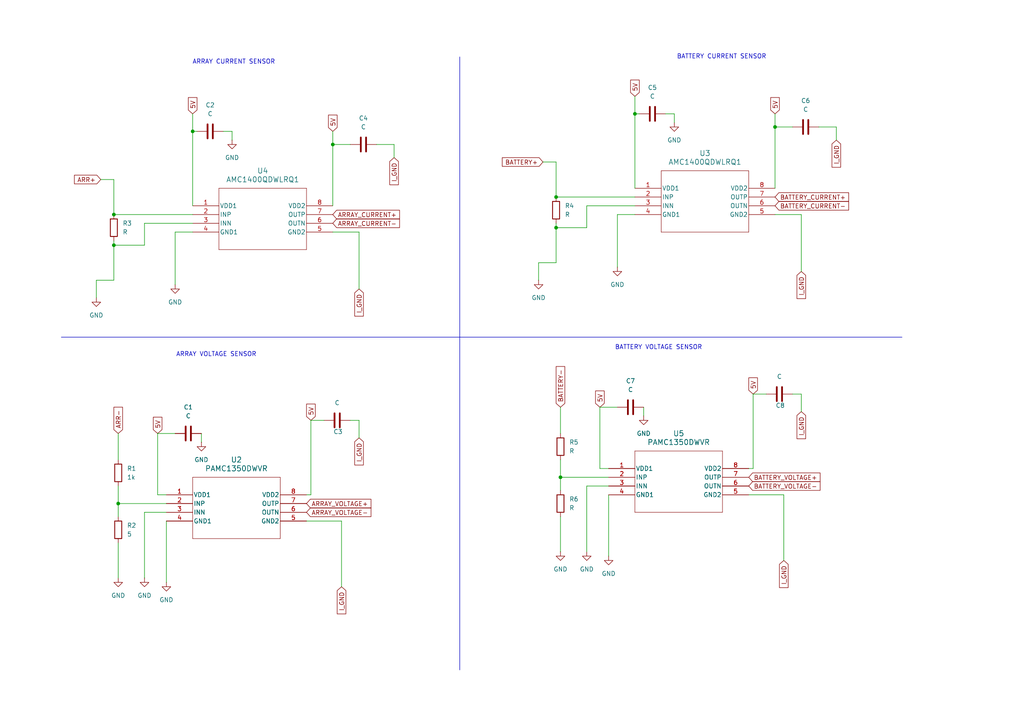
<source format=kicad_sch>
(kicad_sch (version 20231120) (generator "eeschema") (generator_version "8.0")
  (paper "A4")
  (lib_symbols
    (symbol "AMC1350 Precision, ±5-V Input, Reinforced Isolated Amplifier:PAMC1350DWVR" (pin_names (offset 0.254))
      (property "Reference" "U" (at 20.32 10.16 0))
      (property "Value" "PAMC1350DWVR" (at 20.32 7.62 0))
      (symbol "PAMC1350DWVR_0_1"
        (polyline (pts (xy 7.62 -12.7) (xy 33.02 -12.7)) (stroke (width 0.127)))
        (polyline (pts (xy 7.62 5.08) (xy 7.62 -12.7)) (stroke (width 0.127)))
        (polyline (pts (xy 33.02 -12.7) (xy 33.02 5.08)) (stroke (width 0.127)))
        (polyline (pts (xy 33.02 5.08) (xy 7.62 5.08)) (stroke (width 0.127)))
        (pin power_in line (at 0 0 0) (length 7.62) (name "VDD1") (number "1"))
        (pin input line (at 0 -2.54 0) (length 7.62) (name "INP") (number "2"))
        (pin input line (at 0 -5.08 0) (length 7.62) (name "INN") (number "3"))
        (pin power_out line (at 0 -7.62 0) (length 7.62) (name "GND1") (number "4"))
        (pin power_out line (at 40.64 -7.62 180) (length 7.62) (name "GND2") (number "5"))
        (pin output line (at 40.64 -5.08 180) (length 7.62) (name "OUTN") (number "6"))
        (pin output line (at 40.64 -2.54 180) (length 7.62) (name "OUTP") (number "7"))
        (pin power_in line (at 40.64 0 180) (length 7.62) (name "VDD2") (number "8"))
      )
    )
    (symbol "AMC1400 Precision, ±250-mV Input, Reinforced Isolated Amplifier in a 15-mm Stretched SOIC Package:AMC1400QDWLRQ1" (pin_names (offset 0.254))
      (property "Reference" "U" (at 20.32 10.16 0))
      (property "Value" "AMC1400QDWLRQ1" (at 20.32 7.62 0))
      (symbol "AMC1400QDWLRQ1_0_1"
        (polyline (pts (xy 7.62 -12.7) (xy 33.02 -12.7)) (stroke (width 0.127)))
        (polyline (pts (xy 7.62 5.08) (xy 7.62 -12.7)) (stroke (width 0.127)))
        (polyline (pts (xy 33.02 -12.7) (xy 33.02 5.08)) (stroke (width 0.127)))
        (polyline (pts (xy 33.02 5.08) (xy 7.62 5.08)) (stroke (width 0.127)))
        (pin power_in line (at 0 0 0) (length 7.62) (name "VDD1") (number "1"))
        (pin input line (at 0 -2.54 0) (length 7.62) (name "INP") (number "2"))
        (pin input line (at 0 -5.08 0) (length 7.62) (name "INN") (number "3"))
        (pin power_out line (at 0 -7.62 0) (length 7.62) (name "GND1") (number "4"))
        (pin power_out line (at 40.64 -7.62 180) (length 7.62) (name "GND2") (number "5"))
        (pin output line (at 40.64 -5.08 180) (length 7.62) (name "OUTN") (number "6"))
        (pin output line (at 40.64 -2.54 180) (length 7.62) (name "OUTP") (number "7"))
        (pin power_in line (at 40.64 0 180) (length 7.62) (name "VDD2") (number "8"))
      )
    )
    (symbol "Device:C" (pin_numbers hide) (pin_names (offset 0.254))
      (property "Reference" "C" (at 0.635 2.54 0))
      (property "Value" "C" (at 0.635 -2.54 0))
      (symbol "C_0_1"
        (polyline (pts (xy -2.032 -0.762) (xy 2.032 -0.762)) (stroke (width 0.508)))
        (polyline (pts (xy -2.032 0.762) (xy 2.032 0.762)) (stroke (width 0.508)))
      )
      (symbol "C_1_1"
        (pin passive line (at 0 3.81 270) (length 2.794) (name "~") (number "1"))
        (pin passive line (at 0 -3.81 90) (length 2.794) (name "~") (number "2"))
      )
    )
    (symbol "Device:R" (pin_numbers hide) (pin_names (offset 0))
      (property "Reference" "R" (at 2.032 0 90))
      (property "Value" "R" (at 0 0 90))
      (symbol "R_0_1"
        (rectangle (start -1.016 -2.54) (end 1.016 2.54) (stroke (width 0.254)))
      )
      (symbol "R_1_1"
        (pin passive line (at 0 3.81 270) (length 1.27) (name "~") (number "1"))
        (pin passive line (at 0 -3.81 90) (length 1.27) (name "~") (number "2"))
      )
    )
    (symbol "power:GND" (power) (pin_numbers hide) (pin_names (offset 0) hide)
      (property "Value" "GND" (at 0 -3.81 0))
      (symbol "GND_0_1"
        (polyline (pts (xy 0 0) (xy 0 -1.27) (xy 1.27 -1.27) (xy 0 -2.54) (xy -1.27 -1.27) (xy 0 -1.27)))
      )
      (symbol "GND_1_1"
        (pin power_in line (at 0 0 270) (length 0) (name "~") (number "1"))
      )
    )
  )
  (junction (at 161.29 66.04))
  (junction (at 33.02 62.23))
  (junction (at 96.52 41.91))
  (junction (at 224.79 36.83))
  (junction (at 34.29 146.05))
  (junction (at 55.88 38.1))
  (junction (at 161.29 57.15))
  (junction (at 184.15 33.02))
  (junction (at 33.02 71.12))
  (junction (at 162.56 138.43))
  (wire (pts (xy 176.53 140.97) (xy 170.18 140.97)))
  (wire (pts (xy 48.26 143.51) (xy 45.72 143.51)))
  (wire (pts (xy 64.77 38.1) (xy 67.31 38.1)))
  (wire (pts (xy 50.8 67.31) (xy 50.8 82.55)))
  (wire (pts (xy 217.17 143.51) (xy 227.33 143.51)))
  (wire (pts (xy 58.42 125.73) (xy 58.42 128.27)))
  (wire (pts (xy 162.56 138.43) (xy 162.56 142.24)))
  (wire (pts (xy 184.15 62.23) (xy 179.07 62.23)))
  (wire (pts (xy 27.94 81.28) (xy 33.02 81.28)))
  (wire (pts (xy 218.44 114.3) (xy 222.25 114.3)))
  (wire (pts (xy 67.31 38.1) (xy 67.31 40.64)))
  (wire (pts (xy 242.57 36.83) (xy 242.57 40.64)))
  (wire (pts (xy 218.44 135.89) (xy 218.44 114.3)))
  (wire (pts (xy 173.99 135.89) (xy 173.99 118.11)))
  (wire (pts (xy 33.02 71.12) (xy 33.02 81.28)))
  (wire (pts (xy 45.72 143.51) (xy 45.72 125.73)))
  (wire (pts (xy 237.49 36.83) (xy 242.57 36.83)))
  (wire (pts (xy 88.9 151.13) (xy 99.06 151.13)))
  (wire (pts (xy 229.87 114.3) (xy 232.41 114.3)))
  (wire (pts (xy 193.04 33.02) (xy 195.58 33.02)))
  (wire (pts (xy 27.94 81.28) (xy 27.94 86.36)))
  (wire (pts (xy 55.88 38.1) (xy 57.15 38.1)))
  (wire (pts (xy 109.22 41.91) (xy 114.3 41.91)))
  (wire (pts (xy 33.02 69.85) (xy 33.02 71.12)))
  (wire (pts (xy 96.52 41.91) (xy 96.52 59.69)))
  (wire (pts (xy 104.14 67.31) (xy 104.14 83.82)))
  (wire (pts (xy 33.02 52.07) (xy 33.02 62.23)))
  (polyline (pts (xy 133.35 16.51) (xy 133.35 194.31)))
  (wire (pts (xy 157.48 46.99) (xy 161.29 46.99)))
  (wire (pts (xy 176.53 143.51) (xy 176.53 161.29)))
  (wire (pts (xy 161.29 57.15) (xy 184.15 57.15)))
  (wire (pts (xy 162.56 149.86) (xy 162.56 160.02)))
  (wire (pts (xy 162.56 118.11) (xy 162.56 125.73)))
  (wire (pts (xy 96.52 41.91) (xy 101.6 41.91)))
  (wire (pts (xy 101.6 121.92) (xy 104.14 121.92)))
  (wire (pts (xy 224.79 36.83) (xy 229.87 36.83)))
  (wire (pts (xy 184.15 59.69) (xy 170.18 59.69)))
  (wire (pts (xy 34.29 140.97) (xy 34.29 146.05)))
  (wire (pts (xy 99.06 151.13) (xy 99.06 170.18)))
  (wire (pts (xy 173.99 118.11) (xy 179.07 118.11)))
  (wire (pts (xy 90.17 143.51) (xy 90.17 121.92)))
  (wire (pts (xy 45.72 125.73) (xy 50.8 125.73)))
  (wire (pts (xy 170.18 140.97) (xy 170.18 160.02)))
  (wire (pts (xy 161.29 46.99) (xy 161.29 57.15)))
  (wire (pts (xy 48.26 151.13) (xy 48.26 168.91)))
  (wire (pts (xy 176.53 135.89) (xy 173.99 135.89)))
  (wire (pts (xy 232.41 62.23) (xy 232.41 78.74)))
  (wire (pts (xy 48.26 148.59) (xy 41.91 148.59)))
  (wire (pts (xy 90.17 121.92) (xy 93.98 121.92)))
  (wire (pts (xy 224.79 62.23) (xy 232.41 62.23)))
  (wire (pts (xy 227.33 143.51) (xy 227.33 162.56)))
  (wire (pts (xy 156.21 76.2) (xy 156.21 81.28)))
  (wire (pts (xy 161.29 64.77) (xy 161.29 66.04)))
  (polyline (pts (xy 17.78 97.79) (xy 261.62 97.79)))
  (wire (pts (xy 55.88 64.77) (xy 41.91 64.77)))
  (wire (pts (xy 88.9 143.51) (xy 90.17 143.51)))
  (wire (pts (xy 41.91 71.12) (xy 33.02 71.12)))
  (wire (pts (xy 104.14 121.92) (xy 104.14 127)))
  (wire (pts (xy 184.15 27.94) (xy 184.15 33.02)))
  (wire (pts (xy 41.91 64.77) (xy 41.91 71.12)))
  (wire (pts (xy 184.15 33.02) (xy 184.15 54.61)))
  (wire (pts (xy 96.52 38.1) (xy 96.52 41.91)))
  (wire (pts (xy 34.29 125.73) (xy 34.29 133.35)))
  (wire (pts (xy 55.88 33.02) (xy 55.88 38.1)))
  (wire (pts (xy 224.79 36.83) (xy 224.79 54.61)))
  (wire (pts (xy 34.29 157.48) (xy 34.29 167.64)))
  (wire (pts (xy 170.18 66.04) (xy 161.29 66.04)))
  (wire (pts (xy 224.79 33.02) (xy 224.79 36.83)))
  (wire (pts (xy 96.52 67.31) (xy 104.14 67.31)))
  (wire (pts (xy 114.3 41.91) (xy 114.3 45.72)))
  (wire (pts (xy 217.17 135.89) (xy 218.44 135.89)))
  (wire (pts (xy 33.02 62.23) (xy 55.88 62.23)))
  (wire (pts (xy 195.58 33.02) (xy 195.58 35.56)))
  (wire (pts (xy 184.15 33.02) (xy 185.42 33.02)))
  (wire (pts (xy 162.56 133.35) (xy 162.56 138.43)))
  (wire (pts (xy 170.18 59.69) (xy 170.18 66.04)))
  (wire (pts (xy 156.21 76.2) (xy 161.29 76.2)))
  (wire (pts (xy 41.91 148.59) (xy 41.91 167.64)))
  (wire (pts (xy 55.88 38.1) (xy 55.88 59.69)))
  (wire (pts (xy 48.26 146.05) (xy 34.29 146.05)))
  (wire (pts (xy 34.29 146.05) (xy 34.29 149.86)))
  (wire (pts (xy 55.88 67.31) (xy 50.8 67.31)))
  (wire (pts (xy 176.53 138.43) (xy 162.56 138.43)))
  (wire (pts (xy 186.69 118.11) (xy 186.69 120.65)))
  (wire (pts (xy 179.07 62.23) (xy 179.07 77.47)))
  (wire (pts (xy 161.29 66.04) (xy 161.29 76.2)))
  (wire (pts (xy 232.41 114.3) (xy 232.41 119.38)))
  (wire (pts (xy 29.21 52.07) (xy 33.02 52.07)))
  (text "BATTERY VOLTAGE SENSOR\n" (at 191.008 100.838 0) (effects (font (size 1.27 1.27))))
  (text "BATTERY CURRENT SENSOR\n" (at 209.296 16.51 0) (effects (font (size 1.27 1.27))))
  (text "ARRAY CURRENT SENSOR\n" (at 67.818 18.034 0) (effects (font (size 1.27 1.27))))
  (text "ARRAY VOLTAGE SENSOR\n" (at 62.738 102.87 0) (effects (font (size 1.27 1.27))))
  (global_label "ARRAY_VOLTAGE+" (shape input) (at 88.9 146.05 0) (property "Intersheetrefs" "${INTERSHEET_REFS}" (effects (hide yes))))
  (global_label "I_GND" (shape input) (at 114.3 45.72 270) (property "Intersheetrefs" "${INTERSHEET_REFS}" (effects (hide yes))))
  (global_label "ARR+" (shape input) (at 29.21 52.07 180) (property "Intersheetrefs" "${INTERSHEET_REFS}" (effects (hide yes))))
  (global_label "BATTERY_VOLTAGE+" (shape input) (at 217.17 138.43 0) (property "Intersheetrefs" "${INTERSHEET_REFS}" (effects (hide yes))))
  (global_label "ARRAY_VOLTAGE-" (shape input) (at 88.9 148.59 0) (property "Intersheetrefs" "${INTERSHEET_REFS}" (effects (hide yes))))
  (global_label "5V" (shape input) (at 218.44 114.3 90) (property "Intersheetrefs" "${INTERSHEET_REFS}" (effects (hide yes))))
  (global_label "I_GND" (shape input) (at 99.06 170.18 270) (property "Intersheetrefs" "${INTERSHEET_REFS}" (effects (hide yes))))
  (global_label "BATTERY+" (shape input) (at 157.48 46.99 180) (property "Intersheetrefs" "${INTERSHEET_REFS}" (effects (hide yes))))
  (global_label "BATTERY_CURRENT+" (shape input) (at 224.79 57.15 0) (property "Intersheetrefs" "${INTERSHEET_REFS}" (effects (hide yes))))
  (global_label "I_GND" (shape input) (at 242.57 40.64 270) (property "Intersheetrefs" "${INTERSHEET_REFS}" (effects (hide yes))))
  (global_label "I_GND" (shape input) (at 232.41 78.74 270) (property "Intersheetrefs" "${INTERSHEET_REFS}" (effects (hide yes))))
  (global_label "ARRAY_CURRENT-" (shape input) (at 96.52 64.77 0) (property "Intersheetrefs" "${INTERSHEET_REFS}" (effects (hide yes))))
  (global_label "BATTERY_CURRENT-" (shape input) (at 224.79 59.69 0) (property "Intersheetrefs" "${INTERSHEET_REFS}" (effects (hide yes))))
  (global_label "BATTERY-" (shape input) (at 162.56 118.11 90) (property "Intersheetrefs" "${INTERSHEET_REFS}" (effects (hide yes))))
  (global_label "I_GND" (shape input) (at 232.41 119.38 270) (property "Intersheetrefs" "${INTERSHEET_REFS}" (effects (hide yes))))
  (global_label "5V" (shape input) (at 96.52 38.1 90) (property "Intersheetrefs" "${INTERSHEET_REFS}" (effects (hide yes))))
  (global_label "I_GND" (shape input) (at 227.33 162.56 270) (property "Intersheetrefs" "${INTERSHEET_REFS}" (effects (hide yes))))
  (global_label "5V" (shape input) (at 184.15 27.94 90) (property "Intersheetrefs" "${INTERSHEET_REFS}" (effects (hide yes))))
  (global_label "5V" (shape input) (at 90.17 121.92 90) (property "Intersheetrefs" "${INTERSHEET_REFS}" (effects (hide yes))))
  (global_label "5V" (shape input) (at 45.72 125.73 90) (property "Intersheetrefs" "${INTERSHEET_REFS}" (effects (hide yes))))
  (global_label "I_GND" (shape input) (at 104.14 127 270) (property "Intersheetrefs" "${INTERSHEET_REFS}" (effects (hide yes))))
  (global_label "ARR-" (shape input) (at 34.29 125.73 90) (property "Intersheetrefs" "${INTERSHEET_REFS}" (effects (hide yes))))
  (global_label "5V" (shape input) (at 173.99 118.11 90) (property "Intersheetrefs" "${INTERSHEET_REFS}" (effects (hide yes))))
  (global_label "I_GND" (shape input) (at 104.14 83.82 270) (property "Intersheetrefs" "${INTERSHEET_REFS}" (effects (hide yes))))
  (global_label "5V" (shape input) (at 55.88 33.02 90) (property "Intersheetrefs" "${INTERSHEET_REFS}" (effects (hide yes))))
  (global_label "5V" (shape input) (at 224.79 33.02 90) (property "Intersheetrefs" "${INTERSHEET_REFS}" (effects (hide yes))))
  (global_label "BATTERY_VOLTAGE-" (shape input) (at 217.17 140.97 0) (property "Intersheetrefs" "${INTERSHEET_REFS}" (effects (hide yes))))
  (global_label "ARRAY_CURRENT+" (shape input) (at 96.52 62.23 0) (property "Intersheetrefs" "${INTERSHEET_REFS}" (effects (hide yes))))
  (symbol (lib_id "power:GND") (at 58.42 128.27 0) (unit 1)
    (property "Reference" "#PWR07" (effects (hide yes)))
    (property "Value" "GND" (at 58.42 133.35 0))
    (property "Description" "Power symbol creates a global label with name \"GND\" , ground" (effects (hide yes)))
  )
  (symbol (lib_id "Device:R") (at 34.29 153.67 0) (unit 1)
    (property "Reference" "R2" (at 36.83 152.3999 0) (effects (justify left)))
    (property "Value" "5" (at 36.83 154.9399 0) (effects (justify left)))
    (property "Description" "Resistor" (effects (hide yes)))
  )
  (symbol (lib_id "AMC1350 Precision, ±5-V Input, Reinforced Isolated Amplifier:PAMC1350DWVR") (at 48.26 143.51 0) (unit 1)
    (property "Reference" "U2" (at 68.58 133.35 0) (effects (font (size 1.524 1.524))))
    (property "Value" "PAMC1350DWVR" (at 68.58 135.89 0) (effects (font (size 1.524 1.524))))
    (property "Footprint" "U_PAMC1350DWVR_TEX" (effects (hide yes)))
    (property "Datasheet" "PAMC1350DWVR" (effects (hide yes)))
  )
  (symbol (lib_id "Device:C") (at 60.96 38.1 90) (unit 1)
    (property "Reference" "C2" (at 60.96 30.48 90))
    (property "Value" "C" (at 60.96 33.02 90))
    (property "Footprint" "Capacitor_THT:C_Disc_D3.8mm_W2.6mm_P2.50mm" (effects (hide yes)))
    (property "Description" "Unpolarized capacitor" (effects (hide yes)))
  )
  (symbol (lib_id "AMC1350 Precision, ±5-V Input, Reinforced Isolated Amplifier:PAMC1350DWVR") (at 176.53 135.89 0) (unit 1)
    (property "Reference" "U5" (at 196.85 125.73 0) (effects (font (size 1.524 1.524))))
    (property "Value" "PAMC1350DWVR" (at 196.85 128.27 0) (effects (font (size 1.524 1.524))))
    (property "Footprint" "U_PAMC1350DWVR_TEX" (effects (hide yes)))
    (property "Datasheet" "PAMC1350DWVR" (effects (hide yes)))
  )
  (symbol (lib_id "power:GND") (at 27.94 86.36 0) (unit 1)
    (property "Reference" "#PWR01" (effects (hide yes)))
    (property "Value" "GND" (at 27.94 91.44 0))
    (property "Description" "Power symbol creates a global label with name \"GND\" , ground" (effects (hide yes)))
  )
  (symbol (lib_id "power:GND") (at 48.26 168.91 0) (unit 1)
    (property "Reference" "#PWR05" (effects (hide yes)))
    (property "Value" "GND" (at 48.26 173.99 0))
    (property "Description" "Power symbol creates a global label with name \"GND\" , ground" (effects (hide yes)))
  )
  (symbol (lib_id "Device:R") (at 33.02 66.04 0) (unit 1)
    (property "Reference" "R3" (at 35.56 64.7699 0) (effects (justify left)))
    (property "Value" "R" (at 35.56 67.3099 0) (effects (justify left)))
    (property "Description" "Resistor" (effects (hide yes)))
  )
  (symbol (lib_id "Device:R") (at 34.29 137.16 0) (unit 1)
    (property "Reference" "R1" (at 36.83 135.8899 0) (effects (justify left)))
    (property "Value" "1k" (at 36.83 138.4299 0) (effects (justify left)))
    (property "Description" "Resistor" (effects (hide yes)))
  )
  (symbol (lib_id "Device:C") (at 189.23 33.02 90) (unit 1)
    (property "Reference" "C5" (at 189.23 25.4 90))
    (property "Value" "C" (at 189.23 27.94 90))
    (property "Footprint" "Capacitor_THT:C_Disc_D3.8mm_W2.6mm_P2.50mm" (effects (hide yes)))
    (property "Description" "Unpolarized capacitor" (effects (hide yes)))
  )
  (symbol (lib_id "AMC1400 Precision, ±250-mV Input, Reinforced Isolated Amplifier in a 15-mm Stretched SOIC Package:AMC1400QDWLRQ1") (at 55.88 59.69 0) (unit 1)
    (property "Reference" "U4" (at 76.2 49.53 0) (effects (font (size 1.524 1.524))))
    (property "Value" "AMC1400QDWLRQ1" (at 76.2 52.07 0) (effects (font (size 1.524 1.524))))
    (property "Footprint" "AMC1400:SOIC_DWLRQ1_TEX" (effects (hide yes)))
    (property "Datasheet" "AMC1400QDWLRQ1" (effects (hide yes)))
  )
  (symbol (lib_id "Device:C") (at 182.88 118.11 90) (unit 1)
    (property "Reference" "C7" (at 182.88 110.49 90))
    (property "Value" "C" (at 182.88 113.03 90))
    (property "Footprint" "Capacitor_THT:C_Disc_D3.8mm_W2.6mm_P2.50mm" (effects (hide yes)))
    (property "Description" "Unpolarized capacitor" (effects (hide yes)))
  )
  (symbol (lib_id "Device:C") (at 233.68 36.83 90) (unit 1)
    (property "Reference" "C6" (at 233.68 29.21 90))
    (property "Value" "C" (at 233.68 31.75 90))
    (property "Footprint" "Capacitor_THT:C_Disc_D3.8mm_W2.6mm_P2.50mm" (effects (hide yes)))
    (property "Description" "Unpolarized capacitor" (effects (hide yes)))
  )
  (symbol (lib_id "AMC1400 Precision, ±250-mV Input, Reinforced Isolated Amplifier in a 15-mm Stretched SOIC Package:AMC1400QDWLRQ1") (at 184.15 54.61 0) (unit 1)
    (property "Reference" "U3" (at 204.47 44.45 0) (effects (font (size 1.524 1.524))))
    (property "Value" "AMC1400QDWLRQ1" (at 204.47 46.99 0) (effects (font (size 1.524 1.524))))
    (property "Footprint" "AMC1400:SOIC_DWLRQ1_TEX" (effects (hide yes)))
    (property "Datasheet" "AMC1400QDWLRQ1" (effects (hide yes)))
  )
  (symbol (lib_id "power:GND") (at 170.18 160.02 0) (unit 1)
    (property "Reference" "#PWR024" (effects (hide yes)))
    (property "Value" "GND" (at 170.18 165.1 0))
    (property "Description" "Power symbol creates a global label with name \"GND\" , ground" (effects (hide yes)))
  )
  (symbol (lib_id "Device:R") (at 161.29 60.96 0) (unit 1)
    (property "Reference" "R4" (at 163.83 59.6899 0) (effects (justify left)))
    (property "Value" "R" (at 163.83 62.2299 0) (effects (justify left)))
    (property "Description" "Resistor" (effects (hide yes)))
  )
  (symbol (lib_id "Device:C") (at 105.41 41.91 90) (unit 1)
    (property "Reference" "C4" (at 105.41 34.29 90))
    (property "Value" "C" (at 105.41 36.83 90))
    (property "Footprint" "Capacitor_THT:C_Disc_D3.8mm_W2.6mm_P2.50mm" (effects (hide yes)))
    (property "Description" "Unpolarized capacitor" (effects (hide yes)))
  )
  (symbol (lib_id "Device:C") (at 97.79 121.92 90) (unit 1)
    (property "Reference" "C3" (at 98.044 125.222 90))
    (property "Value" "C" (at 97.79 116.84 90))
    (property "Footprint" "Capacitor_THT:C_Disc_D3.8mm_W2.6mm_P2.50mm" (effects (hide yes)))
    (property "Description" "Unpolarized capacitor" (effects (hide yes)))
  )
  (symbol (lib_id "Device:C") (at 226.06 114.3 90) (unit 1)
    (property "Reference" "C8" (at 226.314 117.602 90))
    (property "Value" "C" (at 226.06 109.22 90))
    (property "Footprint" "Capacitor_THT:C_Disc_D3.8mm_W2.6mm_P2.50mm" (effects (hide yes)))
    (property "Description" "Unpolarized capacitor" (effects (hide yes)))
  )
  (symbol (lib_id "Device:R") (at 162.56 146.05 0) (unit 1)
    (property "Reference" "R6" (at 165.1 144.7799 0) (effects (justify left)))
    (property "Value" "R" (at 165.1 147.3199 0) (effects (justify left)))
    (property "Description" "Resistor" (effects (hide yes)))
  )
  (symbol (lib_id "Device:R") (at 162.56 129.54 0) (unit 1)
    (property "Reference" "R5" (at 165.1 128.2699 0) (effects (justify left)))
    (property "Value" "R" (at 165.1 130.8099 0) (effects (justify left)))
    (property "Description" "Resistor" (effects (hide yes)))
  )
  (symbol (lib_id "power:GND") (at 186.69 120.65 0) (unit 1)
    (property "Reference" "#PWR027" (effects (hide yes)))
    (property "Value" "GND" (at 186.69 125.73 0))
    (property "Description" "Power symbol creates a global label with name \"GND\" , ground" (effects (hide yes)))
  )
  (symbol (lib_id "power:GND") (at 156.21 81.28 0) (unit 1)
    (property "Reference" "#PWR016" (effects (hide yes)))
    (property "Value" "GND" (at 156.21 86.36 0))
    (property "Description" "Power symbol creates a global label with name \"GND\" , ground" (effects (hide yes)))
  )
  (symbol (lib_id "power:GND") (at 50.8 82.55 0) (unit 1)
    (property "Reference" "#PWR06" (effects (hide yes)))
    (property "Value" "GND" (at 50.8 87.63 0))
    (property "Description" "Power symbol creates a global label with name \"GND\" , ground" (effects (hide yes)))
  )
  (symbol (lib_id "power:GND") (at 162.56 160.02 0) (unit 1)
    (property "Reference" "#PWR023" (effects (hide yes)))
    (property "Value" "GND" (at 162.56 165.1 0))
    (property "Description" "Power symbol creates a global label with name \"GND\" , ground" (effects (hide yes)))
  )
  (symbol (lib_id "power:GND") (at 34.29 167.64 0) (unit 1)
    (property "Reference" "#PWR02" (effects (hide yes)))
    (property "Value" "GND" (at 34.29 172.72 0))
    (property "Description" "Power symbol creates a global label with name \"GND\" , ground" (effects (hide yes)))
  )
  (symbol (lib_id "power:GND") (at 195.58 35.56 0) (unit 1)
    (property "Reference" "#PWR019" (effects (hide yes)))
    (property "Value" "GND" (at 195.58 40.64 0))
    (property "Description" "Power symbol creates a global label with name \"GND\" , ground" (effects (hide yes)))
  )
  (symbol (lib_id "power:GND") (at 176.53 161.29 0) (unit 1)
    (property "Reference" "#PWR026" (effects (hide yes)))
    (property "Value" "GND" (at 176.53 166.37 0))
    (property "Description" "Power symbol creates a global label with name \"GND\" , ground" (effects (hide yes)))
  )
  (symbol (lib_id "Device:C") (at 54.61 125.73 90) (unit 1)
    (property "Reference" "C1" (at 54.61 118.11 90))
    (property "Value" "C" (at 54.61 120.65 90))
    (property "Footprint" "Capacitor_THT:C_Disc_D3.8mm_W2.6mm_P2.50mm" (effects (hide yes)))
    (property "Description" "Unpolarized capacitor" (effects (hide yes)))
  )
  (symbol (lib_id "power:GND") (at 67.31 40.64 0) (unit 1)
    (property "Reference" "#PWR09" (effects (hide yes)))
    (property "Value" "GND" (at 67.31 45.72 0))
    (property "Description" "Power symbol creates a global label with name \"GND\" , ground" (effects (hide yes)))
  )
  (symbol (lib_id "power:GND") (at 41.91 167.64 0) (unit 1)
    (property "Reference" "#PWR03" (effects (hide yes)))
    (property "Value" "GND" (at 41.91 172.72 0))
    (property "Description" "Power symbol creates a global label with name \"GND\" , ground" (effects (hide yes)))
  )
  (symbol (lib_id "power:GND") (at 179.07 77.47 0) (unit 1)
    (property "Reference" "#PWR017" (effects (hide yes)))
    (property "Value" "GND" (at 179.07 82.55 0))
    (property "Description" "Power symbol creates a global label with name \"GND\" , ground" (effects (hide yes)))
  )
)
</source>
